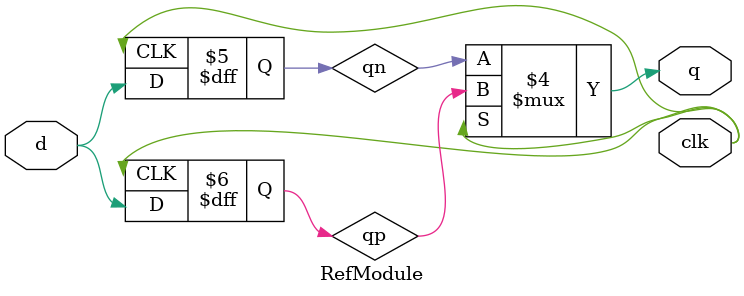
<source format=sv>

module RefModule (
  output clk,
  input d,
  output reg q
);

  /*always @(posedge clk, negedge clk) begin
    q <= d;
  end*/

  reg qp, qn;
  always @(posedge clk)
    qp <= d;
  always @(negedge clk)
    qn <= d;

  // This causes q to change too early when clk changes. Need delay by
  // delta cycle
  // assign q = clk ? qp : qn;
  always @(*)
    q <= clk ? qp : qn;

endmodule


</source>
